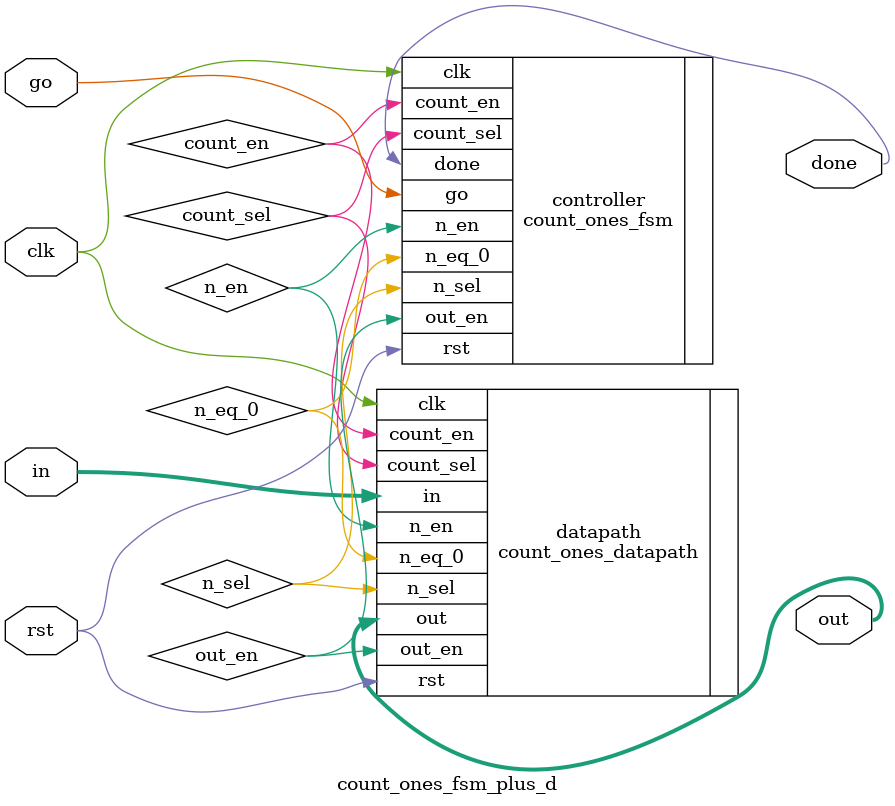
<source format=sv>
module count_ones_fsm_plus_d #(
    parameter  int INPUT_WIDTH  = 8,
    localparam int OUTPUT_WIDTH = $clog2(INPUT_WIDTH + 1)
) (
    input  logic                    clk,
    input  logic                    rst,
    input  logic                    go,
    input  logic [ INPUT_WIDTH-1:0] in,
    output logic [OUTPUT_WIDTH-1:0] out,
    output logic                    done
);

  // TODO: Implement this module.
logic n_eq_0;
logic n_en;
logic n_sel;
logic count_en;
logic count_sel;
logic out_en;

count_ones_datapath #(
    .INPUT_WIDTH(INPUT_WIDTH)
) datapath (
    .clk(clk),
    .rst(rst),
    .in(in),
    .n_en(n_en),
    .n_sel(n_sel),
    .count_en(count_en),
    .count_sel(count_sel),
    .out_en(out_en),
    .out(out),
    .n_eq_0(n_eq_0)
);


count_ones_fsm controller (
    .clk(clk),
    .rst(rst),
    .go(go),
    .n_eq_0(n_eq_0),
    .done(done),
    .n_en(n_en),
    .out_en(out_en),
    .count_en(count_en),
    .n_sel(n_sel),
    .count_sel(count_sel)
);

endmodule

</source>
